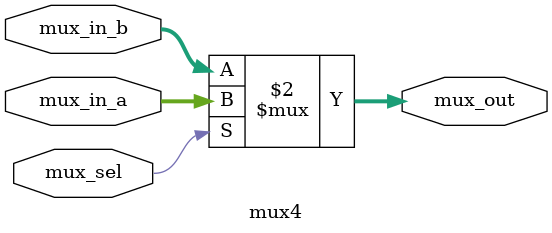
<source format=v>
`timescale 10ns/10ps

module mux4(
	input  [3:0] 	mux_in_a,mux_in_b,
	input 	  	mux_sel,
	output [3:0]	mux_out
);

	assign mux_out = (mux_sel==1'b1) ? mux_in_a[3:0] : mux_in_b[3:0];

endmodule

</source>
